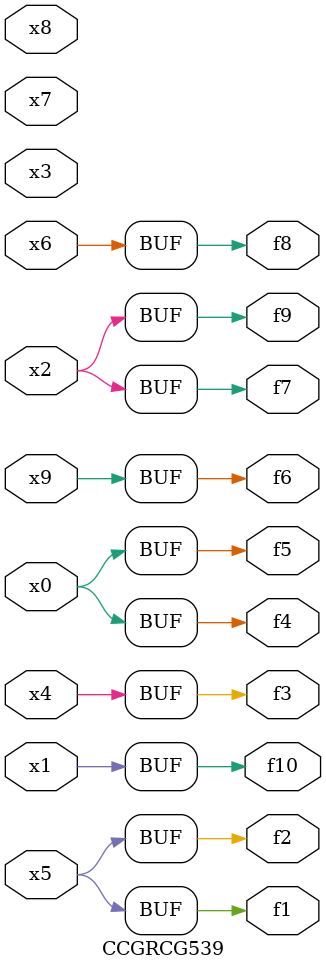
<source format=v>
module CCGRCG539(
	input x0, x1, x2, x3, x4, x5, x6, x7, x8, x9,
	output f1, f2, f3, f4, f5, f6, f7, f8, f9, f10
);
	assign f1 = x5;
	assign f2 = x5;
	assign f3 = x4;
	assign f4 = x0;
	assign f5 = x0;
	assign f6 = x9;
	assign f7 = x2;
	assign f8 = x6;
	assign f9 = x2;
	assign f10 = x1;
endmodule

</source>
